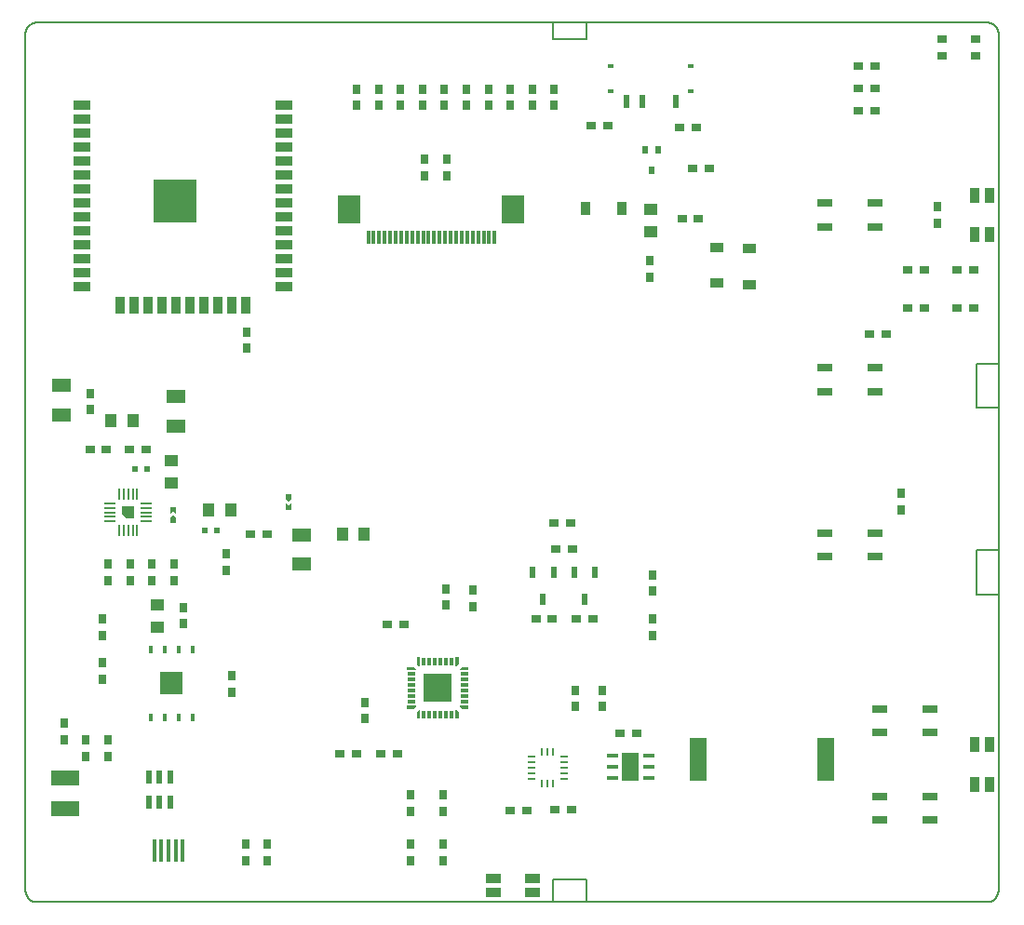
<source format=gbr>
G71*
G90*
G04 Quadcept GERBER*
%MOMM*%
%FSLAX44Y44*%
%ADD10C,0*%
%ADD11C,0.2*%
%ADD12R,0.5X0.5*%
%ADD13R,2X2*%
%ADD14R,2.5X2.5*%
%ADD15R,4X4*%
%ADD16R,0.2X1*%
%ADD17R,0.25X0.75*%
%ADD18R,0.3X0.8*%
%ADD19R,0.3X1.25*%
%ADD20R,0.4X2.15*%
%ADD21R,0.45X0.7*%
%ADD22R,0.5X1.3*%
%ADD23R,0.55X0.4*%
%ADD24R,0.559X0.648*%
%ADD25R,0.6X1*%
%ADD26R,0.6X1*%
%ADD27R,0.6X1.2*%
%ADD28R,0.75X0.25*%
%ADD29R,0.8X0.3*%
%ADD30R,0.8X0.9*%
%ADD31R,0.85X0.75*%
%ADD32R,0.85X0.75*%
%ADD33R,0.9X0.8*%
%ADD34R,0.9X1.4*%
%ADD35R,0.9X1.5*%
%ADD36R,0.91X1.22*%
%ADD37R,1X0.2*%
%ADD38R,1X0.4*%
%ADD39R,1X0.4*%
%ADD40R,1X1.25*%
%ADD41R,1.22X0.91*%
%ADD42R,1.25X1*%
%ADD43R,1.4X0.9*%
%ADD44R,1.45X0.65*%
%ADD45R,1.45X0.65*%
%ADD46R,1.5X0.9*%
%ADD47R,1.6X2.5*%
%ADD48R,1.6X4*%
%ADD49R,1.6X4*%
%ADD50R,1.7X1.2*%
%ADD51R,2X2.5*%
%ADD52R,2.6X1.4*%
G54D10*
G75*
G36*
G01X-143400Y-50600D02*
G01X-145900Y-48100D01*
G01X-148400Y-50600D01*
G01X-148400Y-55100D01*
G01X-143400Y-55100D01*
G01X-143400Y-50600D01*
G37*
G36*
G01X-143400Y-40600D02*
G01X-148400Y-40600D01*
G01X-148400Y-47100D01*
G01X-145900Y-44600D01*
G01X-143400Y-47100D01*
G01X-143400Y-40600D01*
G37*
G36*
G01X-43500Y-33500D02*
G01X-41000Y-36000D01*
G01X-38500Y-33500D01*
G01X-38500Y-29000D01*
G01X-43500Y-29000D01*
G01X-43500Y-33500D01*
G37*
G36*
G01X-43500Y-43500D02*
G01X-38500Y-43500D01*
G01X-38500Y-37000D01*
G01X-41000Y-39500D01*
G01X-43500Y-37000D01*
G01X-43500Y-43500D01*
G37*
G36*
G01X75900Y-183800D02*
G01X77400Y-185300D01*
G01X78900Y-185300D01*
G01X78900Y-177300D01*
G01X75900Y-177300D01*
G01X75900Y-183800D01*
G37*
G36*
G01X66900Y-189300D02*
G01X74900Y-189300D01*
G01X74900Y-188300D01*
G01X72900Y-186300D01*
G01X66900Y-186300D01*
G01X66900Y-189300D01*
G37*
G36*
G01X114900Y-222300D02*
G01X116900Y-224300D01*
G01X122900Y-224300D01*
G01X122900Y-221300D01*
G01X114900Y-221300D01*
G01X114900Y-222300D01*
G37*
G36*
G01X110900Y-185300D02*
G01X111900Y-185300D01*
G01X113900Y-183300D01*
G01X113900Y-177300D01*
G01X110900Y-177300D01*
G01X110900Y-185300D01*
G37*
G36*
G01X66900Y-224300D02*
G01X72900Y-224300D01*
G01X74900Y-222300D01*
G01X74900Y-221300D01*
G01X66900Y-221300D01*
G01X66900Y-224300D01*
G37*
G36*
G01X114900Y-189300D02*
G01X122900Y-189300D01*
G01X122900Y-186300D01*
G01X116900Y-186300D01*
G01X114900Y-188300D01*
G01X114900Y-189300D01*
G37*
G36*
G01X75900Y-233300D02*
G01X78900Y-233300D01*
G01X78900Y-225300D01*
G01X77900Y-225300D01*
G01X75900Y-227300D01*
G01X75900Y-233300D01*
G37*
G36*
G01X110900Y-233300D02*
G01X113900Y-233300D01*
G01X113900Y-227300D01*
G01X111900Y-225300D01*
G01X110900Y-225300D01*
G01X110900Y-233300D01*
G37*
G36*
G01X-180900Y-40200D02*
G01X-191900Y-40200D01*
G01X-191900Y-47200D01*
G01X-187900Y-51200D01*
G01X-180900Y-51200D01*
G01X-180900Y-40200D01*
G37*
G54D11*
G01X-280000Y-390000D02*
G01X-279659Y-392588D01*
G01X-279659Y-392588D02*
G01X-278660Y-395000D01*
G01X-278660Y-395000D02*
G01X-277071Y-397071D01*
G01X-277071Y-397071D02*
G01X-275000Y-398660D01*
G01X-275000Y-398660D02*
G01X-272588Y-399659D01*
G01X-272588Y-399659D02*
G01X-270000Y-400000D01*
G01X-270000Y-400000D02*
G01X-270000Y-400000D01*
G01X-270000Y-400000D02*
G01X595000Y-400000D01*
G01X595000Y-400000D02*
G01X597588Y-399659D01*
G01X597588Y-399659D02*
G01X600000Y-398660D01*
G01X600000Y-398660D02*
G01X602071Y-397071D01*
G01X602071Y-397071D02*
G01X603660Y-395000D01*
G01X603660Y-395000D02*
G01X604659Y-392588D01*
G01X604659Y-392588D02*
G01X605000Y-390000D01*
G01X605000Y-390000D02*
G01X605000Y-390000D01*
G01X605000Y-390000D02*
G01X605000Y390000D01*
G01X605000Y390000D02*
G01X604659Y392588D01*
G01X604659Y392588D02*
G01X603660Y395000D01*
G01X603660Y395000D02*
G01X602071Y397071D01*
G01X602071Y397071D02*
G01X600000Y398660D01*
G01X600000Y398660D02*
G01X597588Y399659D01*
G01X597588Y399659D02*
G01X595000Y400000D01*
G01X595000Y400000D02*
G01X595000Y400000D01*
G01X595000Y400000D02*
G01X-270000Y400000D01*
G01X-270000Y400000D02*
G01X-272588Y399659D01*
G01X-272588Y399659D02*
G01X-275000Y398660D01*
G01X-275000Y398660D02*
G01X-277071Y397071D01*
G01X-277071Y397071D02*
G01X-278660Y395000D01*
G01X-278660Y395000D02*
G01X-279659Y392588D01*
G01X-279659Y392588D02*
G01X-280000Y390000D01*
G01X-280000Y390000D02*
G01X-280000Y390000D01*
G01X-280000Y390000D02*
G01X-280000Y-390000D01*
G01X585000Y-120600D02*
G01X605000Y-120600D01*
G01X200000Y-399850D02*
G01X200000Y-379850D01*
G01X200000Y-379850D02*
G01X230000Y-379850D01*
G01X230000Y-379850D02*
G01X230000Y-399850D01*
G01X605000Y-80000D02*
G01X585000Y-80000D01*
G01X585000Y89700D02*
G01X605000Y89700D01*
G01X585000Y49700D02*
G01X585000Y89700D01*
G01X605000Y49700D02*
G01X585000Y49700D01*
G01X230000Y400000D02*
G01X230000Y385200D01*
G01X230000Y385200D02*
G01X200000Y385200D01*
G01X200000Y385200D02*
G01X200000Y400000D01*
G01X585000Y-120300D02*
G01X585000Y-80300D01*
G54D12*
X-169600Y-6000D03*
X-180600Y-6000D03*
X-105800Y-62300D03*
X-116800Y-62300D03*
G54D13*
X-147000Y-201200D03*
G54D14*
X94900Y-205300D03*
G54D15*
X-143700Y238000D03*
G54D16*
X-190400Y-62200D03*
X-186400Y-62200D03*
X-178400Y-29200D03*
X-190400Y-29200D03*
X-194400Y-62200D03*
X-182400Y-62200D03*
X-178400Y-62200D03*
X-182400Y-29200D03*
X-186400Y-29200D03*
X-194400Y-29200D03*
G54D17*
X200000Y-263250D03*
X195000Y-263250D03*
X190000Y-263250D03*
X190000Y-292750D03*
X195000Y-292750D03*
X200000Y-292750D03*
G54D18*
X102400Y-181300D03*
X92400Y-181300D03*
X87400Y-181300D03*
X82400Y-181300D03*
X107400Y-229300D03*
X107400Y-181300D03*
X82400Y-229300D03*
X87400Y-229300D03*
X97400Y-229300D03*
X102400Y-229300D03*
X97400Y-181300D03*
X92400Y-229300D03*
G54D19*
X146700Y204250D03*
X121700Y204250D03*
X116700Y204250D03*
X141700Y204250D03*
X136700Y204250D03*
X131700Y204250D03*
X126700Y204250D03*
X106700Y204250D03*
X101700Y204250D03*
X96700Y204250D03*
X91700Y204250D03*
X86700Y204250D03*
X81700Y204250D03*
X76700Y204250D03*
X71700Y204250D03*
X61700Y204250D03*
X56700Y204250D03*
X51700Y204250D03*
X46700Y204250D03*
X41700Y204250D03*
X36700Y204250D03*
X31700Y204250D03*
X66700Y204250D03*
X111700Y204250D03*
G54D20*
X-143500Y-353400D03*
X-163000Y-353400D03*
X-156500Y-353400D03*
X-150000Y-353400D03*
X-137000Y-353400D03*
G54D21*
X-166050Y-232200D03*
X-153350Y-232200D03*
X-127950Y-232200D03*
X-127950Y-170200D03*
X-140650Y-170200D03*
X-153350Y-170200D03*
X-166050Y-170200D03*
X-140650Y-232200D03*
G54D22*
X311400Y328600D03*
X281400Y328600D03*
X266400Y328600D03*
G54D23*
X325150Y360600D03*
X252650Y337600D03*
X252650Y360600D03*
X325150Y337600D03*
G54D24*
X289400Y266000D03*
X295620Y283900D03*
X283180Y283900D03*
G54D25*
X228700Y-124500D03*
X190700Y-124500D03*
G54D26*
X238200Y-100500D03*
X219200Y-100500D03*
X200200Y-100500D03*
X181200Y-100500D03*
G54D27*
X-148500Y-286500D03*
X-167500Y-286500D03*
X-167500Y-309500D03*
X-158000Y-309500D03*
X-148500Y-309500D03*
X-158000Y-286500D03*
G54D28*
X180250Y-268000D03*
X209750Y-278000D03*
X209750Y-283000D03*
X209750Y-288000D03*
X209750Y-273000D03*
X180250Y-278000D03*
X209750Y-268000D03*
X180250Y-273000D03*
X180250Y-283000D03*
X180250Y-288000D03*
G54D29*
X70900Y-192800D03*
X70900Y-197800D03*
X70900Y-202800D03*
X70900Y-207800D03*
X118900Y-212800D03*
X118900Y-207800D03*
X118900Y-202800D03*
X70900Y-212800D03*
X70900Y-217800D03*
X118900Y-197800D03*
X118900Y-192800D03*
X118900Y-217800D03*
G54D30*
X-221400Y62700D03*
X-221400Y47700D03*
X290000Y-117500D03*
X290000Y-102500D03*
X29000Y-218500D03*
X29000Y-233500D03*
X-165000Y-92500D03*
X-165000Y-107500D03*
X-145000Y-92500D03*
X-145000Y-107500D03*
X201000Y324500D03*
X201000Y339500D03*
X181000Y324500D03*
X181000Y339500D03*
X161000Y324500D03*
X161000Y339500D03*
X141000Y324500D03*
X141000Y339500D03*
X121000Y324500D03*
X121000Y339500D03*
X101000Y324500D03*
X101000Y339500D03*
X81000Y324500D03*
X81000Y339500D03*
X61000Y324500D03*
X61000Y339500D03*
X41000Y324500D03*
X41000Y339500D03*
X21000Y324500D03*
X21000Y339500D03*
X288200Y183100D03*
X288200Y168100D03*
X-205000Y-267500D03*
X-205000Y-252500D03*
X-185000Y-92500D03*
X-185000Y-107500D03*
X-205000Y-92500D03*
X-205000Y-107500D03*
X-136700Y-147000D03*
X-136700Y-132000D03*
X-210000Y-182500D03*
X-210000Y-197500D03*
X-245000Y-252500D03*
X-245000Y-237500D03*
X126800Y-116100D03*
X126800Y-131100D03*
X102300Y-115100D03*
X102300Y-130100D03*
X-97100Y-83600D03*
X-97100Y-98600D03*
X290000Y-142500D03*
X290000Y-157500D03*
X-78600Y118500D03*
X-78600Y103500D03*
X245000Y-222500D03*
X245000Y-207500D03*
X220000Y-222500D03*
X220000Y-207500D03*
X83000Y275500D03*
X83000Y260500D03*
X103000Y275500D03*
X103000Y260500D03*
X-210000Y-157500D03*
X-210000Y-142500D03*
X549400Y232600D03*
X549400Y217600D03*
X-225000Y-252500D03*
X-225000Y-267500D03*
X100000Y-317500D03*
X100000Y-302500D03*
X70000Y-317500D03*
X70000Y-302500D03*
X70000Y-362500D03*
X70000Y-347500D03*
X100000Y-362500D03*
X100000Y-347500D03*
X-60000Y-347500D03*
X-60000Y-362500D03*
X-80000Y-347500D03*
X-80000Y-362500D03*
X-92000Y-209500D03*
X-92000Y-194500D03*
X516000Y-28500D03*
X516000Y-43500D03*
G54D31*
X584050Y369900D03*
X584050Y384900D03*
G54D32*
X553550Y384900D03*
X553550Y369900D03*
G54D33*
X261000Y-246500D03*
X276000Y-246500D03*
X216600Y-316300D03*
X201600Y-316300D03*
X64300Y-147900D03*
X49300Y-147900D03*
X317100Y221700D03*
X332100Y221700D03*
X175800Y-316800D03*
X160800Y-316800D03*
X184100Y-142500D03*
X199100Y-142500D03*
X202300Y-79100D03*
X217300Y-79100D03*
X215500Y-54900D03*
X200500Y-54900D03*
X236300Y-142500D03*
X221300Y-142500D03*
X-185400Y11800D03*
X-170400Y11800D03*
X-206400Y11200D03*
X-221400Y11200D03*
X-75600Y-65300D03*
X-60600Y-65300D03*
X249700Y306600D03*
X234700Y306600D03*
X315200Y304600D03*
X330200Y304600D03*
X326900Y267700D03*
X341900Y267700D03*
X537500Y175000D03*
X522500Y175000D03*
X492500Y340000D03*
X477500Y340000D03*
X492500Y360000D03*
X477500Y360000D03*
X477500Y320000D03*
X492500Y320000D03*
X58000Y-265000D03*
X43000Y-265000D03*
X21000Y-265000D03*
X6000Y-265000D03*
X567500Y175000D03*
X582500Y175000D03*
X567500Y140000D03*
X582500Y140000D03*
X522500Y140000D03*
X537500Y140000D03*
X502500Y117000D03*
X487500Y117000D03*
G54D34*
X596500Y243000D03*
X583500Y207000D03*
X583500Y243000D03*
X596500Y207000D03*
X596500Y-257000D03*
X583500Y-257000D03*
X583500Y-293000D03*
X596500Y-293000D03*
G54D35*
X-168300Y143000D03*
X-155600Y143000D03*
X-142900Y143000D03*
X-130200Y143000D03*
X-117500Y143000D03*
X-104800Y143000D03*
X-92100Y143000D03*
X-181000Y143000D03*
X-79400Y143000D03*
X-193700Y143000D03*
G54D36*
X262450Y230600D03*
X229750Y230600D03*
G54D37*
X-202900Y-45700D03*
X-202900Y-49700D03*
X-202900Y-53700D03*
X-169900Y-53700D03*
X-169900Y-49700D03*
X-169900Y-45700D03*
X-169900Y-41700D03*
X-169900Y-37700D03*
X-202900Y-37700D03*
X-202900Y-41700D03*
G54D38*
X287150Y-267300D03*
X287150Y-287300D03*
X287150Y-277300D03*
G54D39*
X253650Y-267300D03*
X253650Y-277300D03*
X253650Y-287300D03*
G54D40*
X-182300Y37600D03*
X-202300Y37600D03*
X8100Y-65700D03*
X28100Y-65700D03*
X-93300Y-43300D03*
X-113300Y-43300D03*
G54D41*
X348500Y162750D03*
X348500Y195450D03*
X378600Y194550D03*
X378600Y161850D03*
G54D42*
X-160500Y-130200D03*
X-160500Y-150200D03*
X-147600Y1500D03*
X-147600Y-18500D03*
X288300Y209700D03*
X288300Y229700D03*
G54D43*
X181500Y-391500D03*
X181500Y-378500D03*
X145500Y-378500D03*
X145500Y-391500D03*
G54D44*
X447250Y235750D03*
X447250Y214250D03*
X447250Y85750D03*
X447250Y64250D03*
X447250Y-64250D03*
X447250Y-85750D03*
X497250Y-224250D03*
X497250Y-245750D03*
X497250Y-304250D03*
X497250Y-325750D03*
G54D45*
X492750Y235750D03*
X492750Y214250D03*
X492750Y85750D03*
X492750Y64250D03*
X492750Y-85750D03*
X492750Y-64250D03*
X542750Y-224250D03*
X542750Y-245750D03*
X542750Y-304250D03*
X542750Y-325750D03*
G54D46*
X-228700Y286900D03*
X-228700Y274200D03*
X-44700Y236100D03*
X-44700Y248800D03*
X-228700Y312300D03*
X-228700Y299600D03*
X-228700Y261500D03*
X-228700Y248800D03*
X-228700Y236100D03*
X-228700Y223400D03*
X-228700Y210700D03*
X-228700Y198000D03*
X-228700Y185300D03*
X-228700Y172600D03*
X-228700Y159900D03*
X-44700Y159900D03*
X-44700Y172600D03*
X-44700Y185300D03*
X-44700Y198000D03*
X-44700Y210700D03*
X-44700Y223400D03*
X-44700Y261500D03*
X-44700Y299600D03*
X-44700Y312300D03*
X-44700Y286900D03*
X-44700Y274200D03*
X-228700Y325000D03*
X-44700Y325000D03*
G54D47*
X270400Y-277300D03*
G54D48*
X332000Y-270000D03*
G54D49*
X448000Y-270000D03*
G54D50*
X-247400Y69600D03*
X-247400Y42600D03*
X-143400Y33100D03*
X-143400Y60100D03*
X-28700Y-65900D03*
X-28700Y-92900D03*
G54D51*
X163700Y230000D03*
X14700Y230000D03*
G54D52*
X-244000Y-315000D03*
X-244000Y-287000D03*
M02*

</source>
